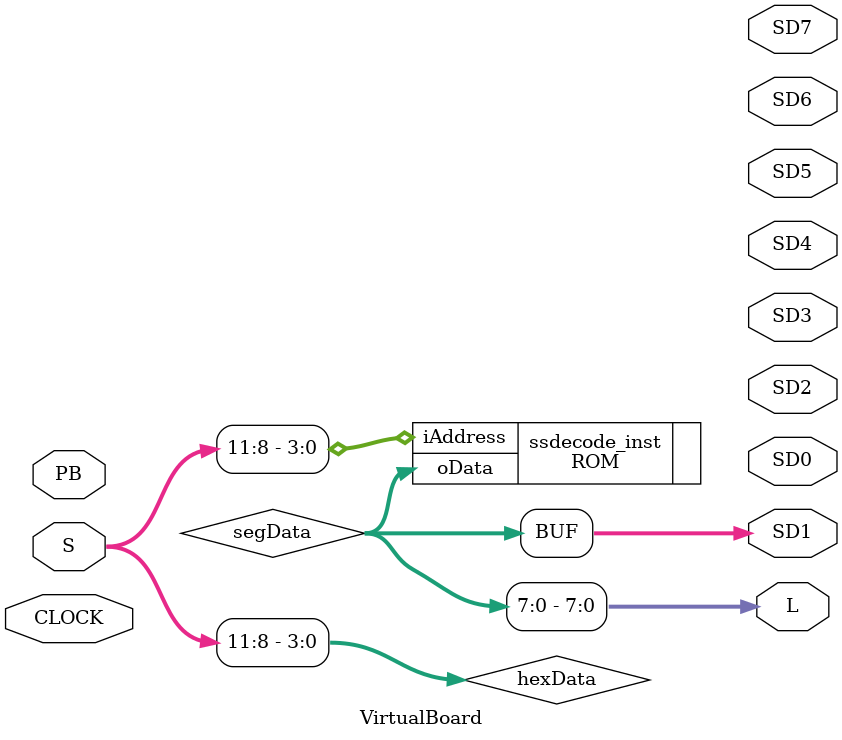
<source format=sv>
`default_nettype none 
module VirtualBoard (
    input  wire   CLOCK,      // 10 MHz Input Clock 
    input  wire  [19:0] PB,   // 20 Push Buttons, logical 1 when pressed
    input  wire  [35:0] S,    // 36 Switches
    output logic [35:0] L,    // 36 LEDs, drive logical 1 to light up
    output logic  [7:0] SD7,  // 8 common anode Seven-segment Display
    output logic  [7:0] SD6,
    output logic  [7:0] SD5,
    output logic  [7:0] SD4,
    output logic  [7:0] SD3,
    output logic  [7:0] SD2,
    output logic  [7:0] SD1,
    output logic  [7:0] SD0
);

/** The input port is replaced with an internal signal **/
wire [3:0] hexData  = S[11:8];

/************* The logic of this experiment *************/
wire [7:0] segData;
ROM ssdecode_inst(.iAddress(hexData), .oData(segData));

/****** Internal signal assignment to output port *******/
assign SD1 = segData;
assign L[7:0] = segData;

endmodule


</source>
